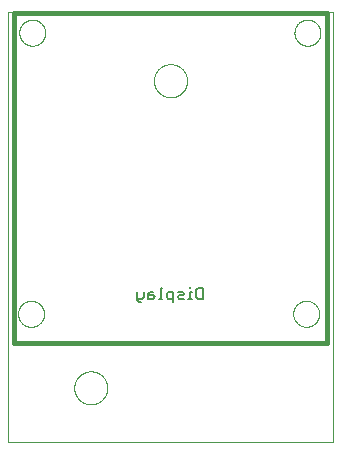
<source format=gbo>
G75*
%MOIN*%
%OFA0B0*%
%FSLAX25Y25*%
%IPPOS*%
%LPD*%
%AMOC8*
5,1,8,0,0,1.08239X$1,22.5*
%
%ADD10C,0.00000*%
%ADD11C,0.01600*%
%ADD12C,0.00600*%
D10*
X0022861Y0024554D02*
X0022861Y0167861D01*
X0131129Y0167861D01*
X0131129Y0024554D01*
X0022861Y0024554D01*
X0044908Y0042664D02*
X0044910Y0042812D01*
X0044916Y0042960D01*
X0044926Y0043108D01*
X0044940Y0043255D01*
X0044958Y0043402D01*
X0044979Y0043548D01*
X0045005Y0043694D01*
X0045035Y0043839D01*
X0045068Y0043983D01*
X0045106Y0044126D01*
X0045147Y0044268D01*
X0045192Y0044409D01*
X0045240Y0044549D01*
X0045293Y0044688D01*
X0045349Y0044825D01*
X0045409Y0044960D01*
X0045472Y0045094D01*
X0045539Y0045226D01*
X0045610Y0045356D01*
X0045684Y0045484D01*
X0045761Y0045610D01*
X0045842Y0045734D01*
X0045926Y0045856D01*
X0046013Y0045975D01*
X0046104Y0046092D01*
X0046198Y0046207D01*
X0046294Y0046319D01*
X0046394Y0046429D01*
X0046496Y0046535D01*
X0046602Y0046639D01*
X0046710Y0046740D01*
X0046821Y0046838D01*
X0046934Y0046934D01*
X0047050Y0047026D01*
X0047168Y0047115D01*
X0047289Y0047200D01*
X0047412Y0047283D01*
X0047537Y0047362D01*
X0047664Y0047438D01*
X0047793Y0047510D01*
X0047924Y0047579D01*
X0048057Y0047644D01*
X0048192Y0047705D01*
X0048328Y0047763D01*
X0048465Y0047818D01*
X0048604Y0047868D01*
X0048745Y0047915D01*
X0048886Y0047958D01*
X0049029Y0047998D01*
X0049173Y0048033D01*
X0049317Y0048065D01*
X0049463Y0048092D01*
X0049609Y0048116D01*
X0049756Y0048136D01*
X0049903Y0048152D01*
X0050050Y0048164D01*
X0050198Y0048172D01*
X0050346Y0048176D01*
X0050494Y0048176D01*
X0050642Y0048172D01*
X0050790Y0048164D01*
X0050937Y0048152D01*
X0051084Y0048136D01*
X0051231Y0048116D01*
X0051377Y0048092D01*
X0051523Y0048065D01*
X0051667Y0048033D01*
X0051811Y0047998D01*
X0051954Y0047958D01*
X0052095Y0047915D01*
X0052236Y0047868D01*
X0052375Y0047818D01*
X0052512Y0047763D01*
X0052648Y0047705D01*
X0052783Y0047644D01*
X0052916Y0047579D01*
X0053047Y0047510D01*
X0053176Y0047438D01*
X0053303Y0047362D01*
X0053428Y0047283D01*
X0053551Y0047200D01*
X0053672Y0047115D01*
X0053790Y0047026D01*
X0053906Y0046934D01*
X0054019Y0046838D01*
X0054130Y0046740D01*
X0054238Y0046639D01*
X0054344Y0046535D01*
X0054446Y0046429D01*
X0054546Y0046319D01*
X0054642Y0046207D01*
X0054736Y0046092D01*
X0054827Y0045975D01*
X0054914Y0045856D01*
X0054998Y0045734D01*
X0055079Y0045610D01*
X0055156Y0045484D01*
X0055230Y0045356D01*
X0055301Y0045226D01*
X0055368Y0045094D01*
X0055431Y0044960D01*
X0055491Y0044825D01*
X0055547Y0044688D01*
X0055600Y0044549D01*
X0055648Y0044409D01*
X0055693Y0044268D01*
X0055734Y0044126D01*
X0055772Y0043983D01*
X0055805Y0043839D01*
X0055835Y0043694D01*
X0055861Y0043548D01*
X0055882Y0043402D01*
X0055900Y0043255D01*
X0055914Y0043108D01*
X0055924Y0042960D01*
X0055930Y0042812D01*
X0055932Y0042664D01*
X0055930Y0042516D01*
X0055924Y0042368D01*
X0055914Y0042220D01*
X0055900Y0042073D01*
X0055882Y0041926D01*
X0055861Y0041780D01*
X0055835Y0041634D01*
X0055805Y0041489D01*
X0055772Y0041345D01*
X0055734Y0041202D01*
X0055693Y0041060D01*
X0055648Y0040919D01*
X0055600Y0040779D01*
X0055547Y0040640D01*
X0055491Y0040503D01*
X0055431Y0040368D01*
X0055368Y0040234D01*
X0055301Y0040102D01*
X0055230Y0039972D01*
X0055156Y0039844D01*
X0055079Y0039718D01*
X0054998Y0039594D01*
X0054914Y0039472D01*
X0054827Y0039353D01*
X0054736Y0039236D01*
X0054642Y0039121D01*
X0054546Y0039009D01*
X0054446Y0038899D01*
X0054344Y0038793D01*
X0054238Y0038689D01*
X0054130Y0038588D01*
X0054019Y0038490D01*
X0053906Y0038394D01*
X0053790Y0038302D01*
X0053672Y0038213D01*
X0053551Y0038128D01*
X0053428Y0038045D01*
X0053303Y0037966D01*
X0053176Y0037890D01*
X0053047Y0037818D01*
X0052916Y0037749D01*
X0052783Y0037684D01*
X0052648Y0037623D01*
X0052512Y0037565D01*
X0052375Y0037510D01*
X0052236Y0037460D01*
X0052095Y0037413D01*
X0051954Y0037370D01*
X0051811Y0037330D01*
X0051667Y0037295D01*
X0051523Y0037263D01*
X0051377Y0037236D01*
X0051231Y0037212D01*
X0051084Y0037192D01*
X0050937Y0037176D01*
X0050790Y0037164D01*
X0050642Y0037156D01*
X0050494Y0037152D01*
X0050346Y0037152D01*
X0050198Y0037156D01*
X0050050Y0037164D01*
X0049903Y0037176D01*
X0049756Y0037192D01*
X0049609Y0037212D01*
X0049463Y0037236D01*
X0049317Y0037263D01*
X0049173Y0037295D01*
X0049029Y0037330D01*
X0048886Y0037370D01*
X0048745Y0037413D01*
X0048604Y0037460D01*
X0048465Y0037510D01*
X0048328Y0037565D01*
X0048192Y0037623D01*
X0048057Y0037684D01*
X0047924Y0037749D01*
X0047793Y0037818D01*
X0047664Y0037890D01*
X0047537Y0037966D01*
X0047412Y0038045D01*
X0047289Y0038128D01*
X0047168Y0038213D01*
X0047050Y0038302D01*
X0046934Y0038394D01*
X0046821Y0038490D01*
X0046710Y0038588D01*
X0046602Y0038689D01*
X0046496Y0038793D01*
X0046394Y0038899D01*
X0046294Y0039009D01*
X0046198Y0039121D01*
X0046104Y0039236D01*
X0046013Y0039353D01*
X0045926Y0039472D01*
X0045842Y0039594D01*
X0045761Y0039718D01*
X0045684Y0039844D01*
X0045610Y0039972D01*
X0045539Y0040102D01*
X0045472Y0040234D01*
X0045409Y0040368D01*
X0045349Y0040503D01*
X0045293Y0040640D01*
X0045240Y0040779D01*
X0045192Y0040919D01*
X0045147Y0041060D01*
X0045106Y0041202D01*
X0045068Y0041345D01*
X0045035Y0041489D01*
X0045005Y0041634D01*
X0044979Y0041780D01*
X0044958Y0041926D01*
X0044940Y0042073D01*
X0044926Y0042220D01*
X0044916Y0042368D01*
X0044910Y0042516D01*
X0044908Y0042664D01*
X0026178Y0067339D02*
X0026180Y0067470D01*
X0026186Y0067602D01*
X0026196Y0067733D01*
X0026210Y0067864D01*
X0026228Y0067994D01*
X0026250Y0068123D01*
X0026275Y0068252D01*
X0026305Y0068380D01*
X0026339Y0068507D01*
X0026376Y0068634D01*
X0026417Y0068758D01*
X0026462Y0068882D01*
X0026511Y0069004D01*
X0026563Y0069125D01*
X0026619Y0069243D01*
X0026679Y0069361D01*
X0026742Y0069476D01*
X0026809Y0069589D01*
X0026879Y0069701D01*
X0026952Y0069810D01*
X0027028Y0069916D01*
X0027108Y0070021D01*
X0027191Y0070123D01*
X0027277Y0070222D01*
X0027366Y0070319D01*
X0027458Y0070413D01*
X0027553Y0070504D01*
X0027650Y0070593D01*
X0027750Y0070678D01*
X0027853Y0070760D01*
X0027958Y0070839D01*
X0028065Y0070915D01*
X0028175Y0070987D01*
X0028287Y0071056D01*
X0028401Y0071122D01*
X0028516Y0071184D01*
X0028634Y0071243D01*
X0028753Y0071298D01*
X0028874Y0071350D01*
X0028997Y0071397D01*
X0029121Y0071441D01*
X0029246Y0071482D01*
X0029372Y0071518D01*
X0029500Y0071551D01*
X0029628Y0071579D01*
X0029757Y0071604D01*
X0029887Y0071625D01*
X0030017Y0071642D01*
X0030148Y0071655D01*
X0030279Y0071664D01*
X0030410Y0071669D01*
X0030542Y0071670D01*
X0030673Y0071667D01*
X0030805Y0071660D01*
X0030936Y0071649D01*
X0031066Y0071634D01*
X0031196Y0071615D01*
X0031326Y0071592D01*
X0031454Y0071566D01*
X0031582Y0071535D01*
X0031709Y0071500D01*
X0031835Y0071462D01*
X0031959Y0071420D01*
X0032083Y0071374D01*
X0032204Y0071324D01*
X0032324Y0071271D01*
X0032443Y0071214D01*
X0032560Y0071154D01*
X0032674Y0071090D01*
X0032787Y0071022D01*
X0032898Y0070951D01*
X0033007Y0070877D01*
X0033113Y0070800D01*
X0033217Y0070719D01*
X0033318Y0070636D01*
X0033417Y0070549D01*
X0033513Y0070459D01*
X0033606Y0070366D01*
X0033697Y0070271D01*
X0033784Y0070173D01*
X0033869Y0070072D01*
X0033950Y0069969D01*
X0034028Y0069863D01*
X0034103Y0069755D01*
X0034175Y0069645D01*
X0034243Y0069533D01*
X0034308Y0069419D01*
X0034369Y0069302D01*
X0034427Y0069184D01*
X0034481Y0069064D01*
X0034532Y0068943D01*
X0034579Y0068820D01*
X0034622Y0068696D01*
X0034661Y0068571D01*
X0034697Y0068444D01*
X0034728Y0068316D01*
X0034756Y0068188D01*
X0034780Y0068059D01*
X0034800Y0067929D01*
X0034816Y0067798D01*
X0034828Y0067667D01*
X0034836Y0067536D01*
X0034840Y0067405D01*
X0034840Y0067273D01*
X0034836Y0067142D01*
X0034828Y0067011D01*
X0034816Y0066880D01*
X0034800Y0066749D01*
X0034780Y0066619D01*
X0034756Y0066490D01*
X0034728Y0066362D01*
X0034697Y0066234D01*
X0034661Y0066107D01*
X0034622Y0065982D01*
X0034579Y0065858D01*
X0034532Y0065735D01*
X0034481Y0065614D01*
X0034427Y0065494D01*
X0034369Y0065376D01*
X0034308Y0065259D01*
X0034243Y0065145D01*
X0034175Y0065033D01*
X0034103Y0064923D01*
X0034028Y0064815D01*
X0033950Y0064709D01*
X0033869Y0064606D01*
X0033784Y0064505D01*
X0033697Y0064407D01*
X0033606Y0064312D01*
X0033513Y0064219D01*
X0033417Y0064129D01*
X0033318Y0064042D01*
X0033217Y0063959D01*
X0033113Y0063878D01*
X0033007Y0063801D01*
X0032898Y0063727D01*
X0032787Y0063656D01*
X0032675Y0063588D01*
X0032560Y0063524D01*
X0032443Y0063464D01*
X0032324Y0063407D01*
X0032204Y0063354D01*
X0032083Y0063304D01*
X0031959Y0063258D01*
X0031835Y0063216D01*
X0031709Y0063178D01*
X0031582Y0063143D01*
X0031454Y0063112D01*
X0031326Y0063086D01*
X0031196Y0063063D01*
X0031066Y0063044D01*
X0030936Y0063029D01*
X0030805Y0063018D01*
X0030673Y0063011D01*
X0030542Y0063008D01*
X0030410Y0063009D01*
X0030279Y0063014D01*
X0030148Y0063023D01*
X0030017Y0063036D01*
X0029887Y0063053D01*
X0029757Y0063074D01*
X0029628Y0063099D01*
X0029500Y0063127D01*
X0029372Y0063160D01*
X0029246Y0063196D01*
X0029121Y0063237D01*
X0028997Y0063281D01*
X0028874Y0063328D01*
X0028753Y0063380D01*
X0028634Y0063435D01*
X0028516Y0063494D01*
X0028401Y0063556D01*
X0028287Y0063622D01*
X0028175Y0063691D01*
X0028065Y0063763D01*
X0027958Y0063839D01*
X0027853Y0063918D01*
X0027750Y0064000D01*
X0027650Y0064085D01*
X0027553Y0064174D01*
X0027458Y0064265D01*
X0027366Y0064359D01*
X0027277Y0064456D01*
X0027191Y0064555D01*
X0027108Y0064657D01*
X0027028Y0064762D01*
X0026952Y0064868D01*
X0026879Y0064977D01*
X0026809Y0065089D01*
X0026742Y0065202D01*
X0026679Y0065317D01*
X0026619Y0065435D01*
X0026563Y0065553D01*
X0026511Y0065674D01*
X0026462Y0065796D01*
X0026417Y0065920D01*
X0026376Y0066044D01*
X0026339Y0066171D01*
X0026305Y0066298D01*
X0026275Y0066426D01*
X0026250Y0066555D01*
X0026228Y0066684D01*
X0026210Y0066814D01*
X0026196Y0066945D01*
X0026186Y0067076D01*
X0026180Y0067208D01*
X0026178Y0067339D01*
X0071483Y0145026D02*
X0071485Y0145174D01*
X0071491Y0145322D01*
X0071501Y0145470D01*
X0071515Y0145617D01*
X0071533Y0145764D01*
X0071554Y0145910D01*
X0071580Y0146056D01*
X0071610Y0146201D01*
X0071643Y0146345D01*
X0071681Y0146488D01*
X0071722Y0146630D01*
X0071767Y0146771D01*
X0071815Y0146911D01*
X0071868Y0147050D01*
X0071924Y0147187D01*
X0071984Y0147322D01*
X0072047Y0147456D01*
X0072114Y0147588D01*
X0072185Y0147718D01*
X0072259Y0147846D01*
X0072336Y0147972D01*
X0072417Y0148096D01*
X0072501Y0148218D01*
X0072588Y0148337D01*
X0072679Y0148454D01*
X0072773Y0148569D01*
X0072869Y0148681D01*
X0072969Y0148791D01*
X0073071Y0148897D01*
X0073177Y0149001D01*
X0073285Y0149102D01*
X0073396Y0149200D01*
X0073509Y0149296D01*
X0073625Y0149388D01*
X0073743Y0149477D01*
X0073864Y0149562D01*
X0073987Y0149645D01*
X0074112Y0149724D01*
X0074239Y0149800D01*
X0074368Y0149872D01*
X0074499Y0149941D01*
X0074632Y0150006D01*
X0074767Y0150067D01*
X0074903Y0150125D01*
X0075040Y0150180D01*
X0075179Y0150230D01*
X0075320Y0150277D01*
X0075461Y0150320D01*
X0075604Y0150360D01*
X0075748Y0150395D01*
X0075892Y0150427D01*
X0076038Y0150454D01*
X0076184Y0150478D01*
X0076331Y0150498D01*
X0076478Y0150514D01*
X0076625Y0150526D01*
X0076773Y0150534D01*
X0076921Y0150538D01*
X0077069Y0150538D01*
X0077217Y0150534D01*
X0077365Y0150526D01*
X0077512Y0150514D01*
X0077659Y0150498D01*
X0077806Y0150478D01*
X0077952Y0150454D01*
X0078098Y0150427D01*
X0078242Y0150395D01*
X0078386Y0150360D01*
X0078529Y0150320D01*
X0078670Y0150277D01*
X0078811Y0150230D01*
X0078950Y0150180D01*
X0079087Y0150125D01*
X0079223Y0150067D01*
X0079358Y0150006D01*
X0079491Y0149941D01*
X0079622Y0149872D01*
X0079751Y0149800D01*
X0079878Y0149724D01*
X0080003Y0149645D01*
X0080126Y0149562D01*
X0080247Y0149477D01*
X0080365Y0149388D01*
X0080481Y0149296D01*
X0080594Y0149200D01*
X0080705Y0149102D01*
X0080813Y0149001D01*
X0080919Y0148897D01*
X0081021Y0148791D01*
X0081121Y0148681D01*
X0081217Y0148569D01*
X0081311Y0148454D01*
X0081402Y0148337D01*
X0081489Y0148218D01*
X0081573Y0148096D01*
X0081654Y0147972D01*
X0081731Y0147846D01*
X0081805Y0147718D01*
X0081876Y0147588D01*
X0081943Y0147456D01*
X0082006Y0147322D01*
X0082066Y0147187D01*
X0082122Y0147050D01*
X0082175Y0146911D01*
X0082223Y0146771D01*
X0082268Y0146630D01*
X0082309Y0146488D01*
X0082347Y0146345D01*
X0082380Y0146201D01*
X0082410Y0146056D01*
X0082436Y0145910D01*
X0082457Y0145764D01*
X0082475Y0145617D01*
X0082489Y0145470D01*
X0082499Y0145322D01*
X0082505Y0145174D01*
X0082507Y0145026D01*
X0082505Y0144878D01*
X0082499Y0144730D01*
X0082489Y0144582D01*
X0082475Y0144435D01*
X0082457Y0144288D01*
X0082436Y0144142D01*
X0082410Y0143996D01*
X0082380Y0143851D01*
X0082347Y0143707D01*
X0082309Y0143564D01*
X0082268Y0143422D01*
X0082223Y0143281D01*
X0082175Y0143141D01*
X0082122Y0143002D01*
X0082066Y0142865D01*
X0082006Y0142730D01*
X0081943Y0142596D01*
X0081876Y0142464D01*
X0081805Y0142334D01*
X0081731Y0142206D01*
X0081654Y0142080D01*
X0081573Y0141956D01*
X0081489Y0141834D01*
X0081402Y0141715D01*
X0081311Y0141598D01*
X0081217Y0141483D01*
X0081121Y0141371D01*
X0081021Y0141261D01*
X0080919Y0141155D01*
X0080813Y0141051D01*
X0080705Y0140950D01*
X0080594Y0140852D01*
X0080481Y0140756D01*
X0080365Y0140664D01*
X0080247Y0140575D01*
X0080126Y0140490D01*
X0080003Y0140407D01*
X0079878Y0140328D01*
X0079751Y0140252D01*
X0079622Y0140180D01*
X0079491Y0140111D01*
X0079358Y0140046D01*
X0079223Y0139985D01*
X0079087Y0139927D01*
X0078950Y0139872D01*
X0078811Y0139822D01*
X0078670Y0139775D01*
X0078529Y0139732D01*
X0078386Y0139692D01*
X0078242Y0139657D01*
X0078098Y0139625D01*
X0077952Y0139598D01*
X0077806Y0139574D01*
X0077659Y0139554D01*
X0077512Y0139538D01*
X0077365Y0139526D01*
X0077217Y0139518D01*
X0077069Y0139514D01*
X0076921Y0139514D01*
X0076773Y0139518D01*
X0076625Y0139526D01*
X0076478Y0139538D01*
X0076331Y0139554D01*
X0076184Y0139574D01*
X0076038Y0139598D01*
X0075892Y0139625D01*
X0075748Y0139657D01*
X0075604Y0139692D01*
X0075461Y0139732D01*
X0075320Y0139775D01*
X0075179Y0139822D01*
X0075040Y0139872D01*
X0074903Y0139927D01*
X0074767Y0139985D01*
X0074632Y0140046D01*
X0074499Y0140111D01*
X0074368Y0140180D01*
X0074239Y0140252D01*
X0074112Y0140328D01*
X0073987Y0140407D01*
X0073864Y0140490D01*
X0073743Y0140575D01*
X0073625Y0140664D01*
X0073509Y0140756D01*
X0073396Y0140852D01*
X0073285Y0140950D01*
X0073177Y0141051D01*
X0073071Y0141155D01*
X0072969Y0141261D01*
X0072869Y0141371D01*
X0072773Y0141483D01*
X0072679Y0141598D01*
X0072588Y0141715D01*
X0072501Y0141834D01*
X0072417Y0141956D01*
X0072336Y0142080D01*
X0072259Y0142206D01*
X0072185Y0142334D01*
X0072114Y0142464D01*
X0072047Y0142596D01*
X0071984Y0142730D01*
X0071924Y0142865D01*
X0071868Y0143002D01*
X0071815Y0143141D01*
X0071767Y0143281D01*
X0071722Y0143422D01*
X0071681Y0143564D01*
X0071643Y0143707D01*
X0071610Y0143851D01*
X0071580Y0143996D01*
X0071554Y0144142D01*
X0071533Y0144288D01*
X0071515Y0144435D01*
X0071501Y0144582D01*
X0071491Y0144730D01*
X0071485Y0144878D01*
X0071483Y0145026D01*
X0026571Y0161040D02*
X0026573Y0161171D01*
X0026579Y0161303D01*
X0026589Y0161434D01*
X0026603Y0161565D01*
X0026621Y0161695D01*
X0026643Y0161824D01*
X0026668Y0161953D01*
X0026698Y0162081D01*
X0026732Y0162208D01*
X0026769Y0162335D01*
X0026810Y0162459D01*
X0026855Y0162583D01*
X0026904Y0162705D01*
X0026956Y0162826D01*
X0027012Y0162944D01*
X0027072Y0163062D01*
X0027135Y0163177D01*
X0027202Y0163290D01*
X0027272Y0163402D01*
X0027345Y0163511D01*
X0027421Y0163617D01*
X0027501Y0163722D01*
X0027584Y0163824D01*
X0027670Y0163923D01*
X0027759Y0164020D01*
X0027851Y0164114D01*
X0027946Y0164205D01*
X0028043Y0164294D01*
X0028143Y0164379D01*
X0028246Y0164461D01*
X0028351Y0164540D01*
X0028458Y0164616D01*
X0028568Y0164688D01*
X0028680Y0164757D01*
X0028794Y0164823D01*
X0028909Y0164885D01*
X0029027Y0164944D01*
X0029146Y0164999D01*
X0029267Y0165051D01*
X0029390Y0165098D01*
X0029514Y0165142D01*
X0029639Y0165183D01*
X0029765Y0165219D01*
X0029893Y0165252D01*
X0030021Y0165280D01*
X0030150Y0165305D01*
X0030280Y0165326D01*
X0030410Y0165343D01*
X0030541Y0165356D01*
X0030672Y0165365D01*
X0030803Y0165370D01*
X0030935Y0165371D01*
X0031066Y0165368D01*
X0031198Y0165361D01*
X0031329Y0165350D01*
X0031459Y0165335D01*
X0031589Y0165316D01*
X0031719Y0165293D01*
X0031847Y0165267D01*
X0031975Y0165236D01*
X0032102Y0165201D01*
X0032228Y0165163D01*
X0032352Y0165121D01*
X0032476Y0165075D01*
X0032597Y0165025D01*
X0032717Y0164972D01*
X0032836Y0164915D01*
X0032953Y0164855D01*
X0033067Y0164791D01*
X0033180Y0164723D01*
X0033291Y0164652D01*
X0033400Y0164578D01*
X0033506Y0164501D01*
X0033610Y0164420D01*
X0033711Y0164337D01*
X0033810Y0164250D01*
X0033906Y0164160D01*
X0033999Y0164067D01*
X0034090Y0163972D01*
X0034177Y0163874D01*
X0034262Y0163773D01*
X0034343Y0163670D01*
X0034421Y0163564D01*
X0034496Y0163456D01*
X0034568Y0163346D01*
X0034636Y0163234D01*
X0034701Y0163120D01*
X0034762Y0163003D01*
X0034820Y0162885D01*
X0034874Y0162765D01*
X0034925Y0162644D01*
X0034972Y0162521D01*
X0035015Y0162397D01*
X0035054Y0162272D01*
X0035090Y0162145D01*
X0035121Y0162017D01*
X0035149Y0161889D01*
X0035173Y0161760D01*
X0035193Y0161630D01*
X0035209Y0161499D01*
X0035221Y0161368D01*
X0035229Y0161237D01*
X0035233Y0161106D01*
X0035233Y0160974D01*
X0035229Y0160843D01*
X0035221Y0160712D01*
X0035209Y0160581D01*
X0035193Y0160450D01*
X0035173Y0160320D01*
X0035149Y0160191D01*
X0035121Y0160063D01*
X0035090Y0159935D01*
X0035054Y0159808D01*
X0035015Y0159683D01*
X0034972Y0159559D01*
X0034925Y0159436D01*
X0034874Y0159315D01*
X0034820Y0159195D01*
X0034762Y0159077D01*
X0034701Y0158960D01*
X0034636Y0158846D01*
X0034568Y0158734D01*
X0034496Y0158624D01*
X0034421Y0158516D01*
X0034343Y0158410D01*
X0034262Y0158307D01*
X0034177Y0158206D01*
X0034090Y0158108D01*
X0033999Y0158013D01*
X0033906Y0157920D01*
X0033810Y0157830D01*
X0033711Y0157743D01*
X0033610Y0157660D01*
X0033506Y0157579D01*
X0033400Y0157502D01*
X0033291Y0157428D01*
X0033180Y0157357D01*
X0033068Y0157289D01*
X0032953Y0157225D01*
X0032836Y0157165D01*
X0032717Y0157108D01*
X0032597Y0157055D01*
X0032476Y0157005D01*
X0032352Y0156959D01*
X0032228Y0156917D01*
X0032102Y0156879D01*
X0031975Y0156844D01*
X0031847Y0156813D01*
X0031719Y0156787D01*
X0031589Y0156764D01*
X0031459Y0156745D01*
X0031329Y0156730D01*
X0031198Y0156719D01*
X0031066Y0156712D01*
X0030935Y0156709D01*
X0030803Y0156710D01*
X0030672Y0156715D01*
X0030541Y0156724D01*
X0030410Y0156737D01*
X0030280Y0156754D01*
X0030150Y0156775D01*
X0030021Y0156800D01*
X0029893Y0156828D01*
X0029765Y0156861D01*
X0029639Y0156897D01*
X0029514Y0156938D01*
X0029390Y0156982D01*
X0029267Y0157029D01*
X0029146Y0157081D01*
X0029027Y0157136D01*
X0028909Y0157195D01*
X0028794Y0157257D01*
X0028680Y0157323D01*
X0028568Y0157392D01*
X0028458Y0157464D01*
X0028351Y0157540D01*
X0028246Y0157619D01*
X0028143Y0157701D01*
X0028043Y0157786D01*
X0027946Y0157875D01*
X0027851Y0157966D01*
X0027759Y0158060D01*
X0027670Y0158157D01*
X0027584Y0158256D01*
X0027501Y0158358D01*
X0027421Y0158463D01*
X0027345Y0158569D01*
X0027272Y0158678D01*
X0027202Y0158790D01*
X0027135Y0158903D01*
X0027072Y0159018D01*
X0027012Y0159136D01*
X0026956Y0159254D01*
X0026904Y0159375D01*
X0026855Y0159497D01*
X0026810Y0159621D01*
X0026769Y0159745D01*
X0026732Y0159872D01*
X0026698Y0159999D01*
X0026668Y0160127D01*
X0026643Y0160256D01*
X0026621Y0160385D01*
X0026603Y0160515D01*
X0026589Y0160646D01*
X0026579Y0160777D01*
X0026573Y0160909D01*
X0026571Y0161040D01*
X0118304Y0161040D02*
X0118306Y0161171D01*
X0118312Y0161303D01*
X0118322Y0161434D01*
X0118336Y0161565D01*
X0118354Y0161695D01*
X0118376Y0161824D01*
X0118401Y0161953D01*
X0118431Y0162081D01*
X0118465Y0162208D01*
X0118502Y0162335D01*
X0118543Y0162459D01*
X0118588Y0162583D01*
X0118637Y0162705D01*
X0118689Y0162826D01*
X0118745Y0162944D01*
X0118805Y0163062D01*
X0118868Y0163177D01*
X0118935Y0163290D01*
X0119005Y0163402D01*
X0119078Y0163511D01*
X0119154Y0163617D01*
X0119234Y0163722D01*
X0119317Y0163824D01*
X0119403Y0163923D01*
X0119492Y0164020D01*
X0119584Y0164114D01*
X0119679Y0164205D01*
X0119776Y0164294D01*
X0119876Y0164379D01*
X0119979Y0164461D01*
X0120084Y0164540D01*
X0120191Y0164616D01*
X0120301Y0164688D01*
X0120413Y0164757D01*
X0120527Y0164823D01*
X0120642Y0164885D01*
X0120760Y0164944D01*
X0120879Y0164999D01*
X0121000Y0165051D01*
X0121123Y0165098D01*
X0121247Y0165142D01*
X0121372Y0165183D01*
X0121498Y0165219D01*
X0121626Y0165252D01*
X0121754Y0165280D01*
X0121883Y0165305D01*
X0122013Y0165326D01*
X0122143Y0165343D01*
X0122274Y0165356D01*
X0122405Y0165365D01*
X0122536Y0165370D01*
X0122668Y0165371D01*
X0122799Y0165368D01*
X0122931Y0165361D01*
X0123062Y0165350D01*
X0123192Y0165335D01*
X0123322Y0165316D01*
X0123452Y0165293D01*
X0123580Y0165267D01*
X0123708Y0165236D01*
X0123835Y0165201D01*
X0123961Y0165163D01*
X0124085Y0165121D01*
X0124209Y0165075D01*
X0124330Y0165025D01*
X0124450Y0164972D01*
X0124569Y0164915D01*
X0124686Y0164855D01*
X0124800Y0164791D01*
X0124913Y0164723D01*
X0125024Y0164652D01*
X0125133Y0164578D01*
X0125239Y0164501D01*
X0125343Y0164420D01*
X0125444Y0164337D01*
X0125543Y0164250D01*
X0125639Y0164160D01*
X0125732Y0164067D01*
X0125823Y0163972D01*
X0125910Y0163874D01*
X0125995Y0163773D01*
X0126076Y0163670D01*
X0126154Y0163564D01*
X0126229Y0163456D01*
X0126301Y0163346D01*
X0126369Y0163234D01*
X0126434Y0163120D01*
X0126495Y0163003D01*
X0126553Y0162885D01*
X0126607Y0162765D01*
X0126658Y0162644D01*
X0126705Y0162521D01*
X0126748Y0162397D01*
X0126787Y0162272D01*
X0126823Y0162145D01*
X0126854Y0162017D01*
X0126882Y0161889D01*
X0126906Y0161760D01*
X0126926Y0161630D01*
X0126942Y0161499D01*
X0126954Y0161368D01*
X0126962Y0161237D01*
X0126966Y0161106D01*
X0126966Y0160974D01*
X0126962Y0160843D01*
X0126954Y0160712D01*
X0126942Y0160581D01*
X0126926Y0160450D01*
X0126906Y0160320D01*
X0126882Y0160191D01*
X0126854Y0160063D01*
X0126823Y0159935D01*
X0126787Y0159808D01*
X0126748Y0159683D01*
X0126705Y0159559D01*
X0126658Y0159436D01*
X0126607Y0159315D01*
X0126553Y0159195D01*
X0126495Y0159077D01*
X0126434Y0158960D01*
X0126369Y0158846D01*
X0126301Y0158734D01*
X0126229Y0158624D01*
X0126154Y0158516D01*
X0126076Y0158410D01*
X0125995Y0158307D01*
X0125910Y0158206D01*
X0125823Y0158108D01*
X0125732Y0158013D01*
X0125639Y0157920D01*
X0125543Y0157830D01*
X0125444Y0157743D01*
X0125343Y0157660D01*
X0125239Y0157579D01*
X0125133Y0157502D01*
X0125024Y0157428D01*
X0124913Y0157357D01*
X0124801Y0157289D01*
X0124686Y0157225D01*
X0124569Y0157165D01*
X0124450Y0157108D01*
X0124330Y0157055D01*
X0124209Y0157005D01*
X0124085Y0156959D01*
X0123961Y0156917D01*
X0123835Y0156879D01*
X0123708Y0156844D01*
X0123580Y0156813D01*
X0123452Y0156787D01*
X0123322Y0156764D01*
X0123192Y0156745D01*
X0123062Y0156730D01*
X0122931Y0156719D01*
X0122799Y0156712D01*
X0122668Y0156709D01*
X0122536Y0156710D01*
X0122405Y0156715D01*
X0122274Y0156724D01*
X0122143Y0156737D01*
X0122013Y0156754D01*
X0121883Y0156775D01*
X0121754Y0156800D01*
X0121626Y0156828D01*
X0121498Y0156861D01*
X0121372Y0156897D01*
X0121247Y0156938D01*
X0121123Y0156982D01*
X0121000Y0157029D01*
X0120879Y0157081D01*
X0120760Y0157136D01*
X0120642Y0157195D01*
X0120527Y0157257D01*
X0120413Y0157323D01*
X0120301Y0157392D01*
X0120191Y0157464D01*
X0120084Y0157540D01*
X0119979Y0157619D01*
X0119876Y0157701D01*
X0119776Y0157786D01*
X0119679Y0157875D01*
X0119584Y0157966D01*
X0119492Y0158060D01*
X0119403Y0158157D01*
X0119317Y0158256D01*
X0119234Y0158358D01*
X0119154Y0158463D01*
X0119078Y0158569D01*
X0119005Y0158678D01*
X0118935Y0158790D01*
X0118868Y0158903D01*
X0118805Y0159018D01*
X0118745Y0159136D01*
X0118689Y0159254D01*
X0118637Y0159375D01*
X0118588Y0159497D01*
X0118543Y0159621D01*
X0118502Y0159745D01*
X0118465Y0159872D01*
X0118431Y0159999D01*
X0118401Y0160127D01*
X0118376Y0160256D01*
X0118354Y0160385D01*
X0118336Y0160515D01*
X0118322Y0160646D01*
X0118312Y0160777D01*
X0118306Y0160909D01*
X0118304Y0161040D01*
X0117910Y0067339D02*
X0117912Y0067470D01*
X0117918Y0067602D01*
X0117928Y0067733D01*
X0117942Y0067864D01*
X0117960Y0067994D01*
X0117982Y0068123D01*
X0118007Y0068252D01*
X0118037Y0068380D01*
X0118071Y0068507D01*
X0118108Y0068634D01*
X0118149Y0068758D01*
X0118194Y0068882D01*
X0118243Y0069004D01*
X0118295Y0069125D01*
X0118351Y0069243D01*
X0118411Y0069361D01*
X0118474Y0069476D01*
X0118541Y0069589D01*
X0118611Y0069701D01*
X0118684Y0069810D01*
X0118760Y0069916D01*
X0118840Y0070021D01*
X0118923Y0070123D01*
X0119009Y0070222D01*
X0119098Y0070319D01*
X0119190Y0070413D01*
X0119285Y0070504D01*
X0119382Y0070593D01*
X0119482Y0070678D01*
X0119585Y0070760D01*
X0119690Y0070839D01*
X0119797Y0070915D01*
X0119907Y0070987D01*
X0120019Y0071056D01*
X0120133Y0071122D01*
X0120248Y0071184D01*
X0120366Y0071243D01*
X0120485Y0071298D01*
X0120606Y0071350D01*
X0120729Y0071397D01*
X0120853Y0071441D01*
X0120978Y0071482D01*
X0121104Y0071518D01*
X0121232Y0071551D01*
X0121360Y0071579D01*
X0121489Y0071604D01*
X0121619Y0071625D01*
X0121749Y0071642D01*
X0121880Y0071655D01*
X0122011Y0071664D01*
X0122142Y0071669D01*
X0122274Y0071670D01*
X0122405Y0071667D01*
X0122537Y0071660D01*
X0122668Y0071649D01*
X0122798Y0071634D01*
X0122928Y0071615D01*
X0123058Y0071592D01*
X0123186Y0071566D01*
X0123314Y0071535D01*
X0123441Y0071500D01*
X0123567Y0071462D01*
X0123691Y0071420D01*
X0123815Y0071374D01*
X0123936Y0071324D01*
X0124056Y0071271D01*
X0124175Y0071214D01*
X0124292Y0071154D01*
X0124406Y0071090D01*
X0124519Y0071022D01*
X0124630Y0070951D01*
X0124739Y0070877D01*
X0124845Y0070800D01*
X0124949Y0070719D01*
X0125050Y0070636D01*
X0125149Y0070549D01*
X0125245Y0070459D01*
X0125338Y0070366D01*
X0125429Y0070271D01*
X0125516Y0070173D01*
X0125601Y0070072D01*
X0125682Y0069969D01*
X0125760Y0069863D01*
X0125835Y0069755D01*
X0125907Y0069645D01*
X0125975Y0069533D01*
X0126040Y0069419D01*
X0126101Y0069302D01*
X0126159Y0069184D01*
X0126213Y0069064D01*
X0126264Y0068943D01*
X0126311Y0068820D01*
X0126354Y0068696D01*
X0126393Y0068571D01*
X0126429Y0068444D01*
X0126460Y0068316D01*
X0126488Y0068188D01*
X0126512Y0068059D01*
X0126532Y0067929D01*
X0126548Y0067798D01*
X0126560Y0067667D01*
X0126568Y0067536D01*
X0126572Y0067405D01*
X0126572Y0067273D01*
X0126568Y0067142D01*
X0126560Y0067011D01*
X0126548Y0066880D01*
X0126532Y0066749D01*
X0126512Y0066619D01*
X0126488Y0066490D01*
X0126460Y0066362D01*
X0126429Y0066234D01*
X0126393Y0066107D01*
X0126354Y0065982D01*
X0126311Y0065858D01*
X0126264Y0065735D01*
X0126213Y0065614D01*
X0126159Y0065494D01*
X0126101Y0065376D01*
X0126040Y0065259D01*
X0125975Y0065145D01*
X0125907Y0065033D01*
X0125835Y0064923D01*
X0125760Y0064815D01*
X0125682Y0064709D01*
X0125601Y0064606D01*
X0125516Y0064505D01*
X0125429Y0064407D01*
X0125338Y0064312D01*
X0125245Y0064219D01*
X0125149Y0064129D01*
X0125050Y0064042D01*
X0124949Y0063959D01*
X0124845Y0063878D01*
X0124739Y0063801D01*
X0124630Y0063727D01*
X0124519Y0063656D01*
X0124407Y0063588D01*
X0124292Y0063524D01*
X0124175Y0063464D01*
X0124056Y0063407D01*
X0123936Y0063354D01*
X0123815Y0063304D01*
X0123691Y0063258D01*
X0123567Y0063216D01*
X0123441Y0063178D01*
X0123314Y0063143D01*
X0123186Y0063112D01*
X0123058Y0063086D01*
X0122928Y0063063D01*
X0122798Y0063044D01*
X0122668Y0063029D01*
X0122537Y0063018D01*
X0122405Y0063011D01*
X0122274Y0063008D01*
X0122142Y0063009D01*
X0122011Y0063014D01*
X0121880Y0063023D01*
X0121749Y0063036D01*
X0121619Y0063053D01*
X0121489Y0063074D01*
X0121360Y0063099D01*
X0121232Y0063127D01*
X0121104Y0063160D01*
X0120978Y0063196D01*
X0120853Y0063237D01*
X0120729Y0063281D01*
X0120606Y0063328D01*
X0120485Y0063380D01*
X0120366Y0063435D01*
X0120248Y0063494D01*
X0120133Y0063556D01*
X0120019Y0063622D01*
X0119907Y0063691D01*
X0119797Y0063763D01*
X0119690Y0063839D01*
X0119585Y0063918D01*
X0119482Y0064000D01*
X0119382Y0064085D01*
X0119285Y0064174D01*
X0119190Y0064265D01*
X0119098Y0064359D01*
X0119009Y0064456D01*
X0118923Y0064555D01*
X0118840Y0064657D01*
X0118760Y0064762D01*
X0118684Y0064868D01*
X0118611Y0064977D01*
X0118541Y0065089D01*
X0118474Y0065202D01*
X0118411Y0065317D01*
X0118351Y0065435D01*
X0118295Y0065553D01*
X0118243Y0065674D01*
X0118194Y0065796D01*
X0118149Y0065920D01*
X0118108Y0066044D01*
X0118071Y0066171D01*
X0118037Y0066298D01*
X0118007Y0066426D01*
X0117982Y0066555D01*
X0117960Y0066684D01*
X0117942Y0066814D01*
X0117928Y0066945D01*
X0117918Y0067076D01*
X0117912Y0067208D01*
X0117910Y0067339D01*
D11*
X0129140Y0057684D02*
X0129140Y0167684D01*
X0024790Y0167684D01*
X0024790Y0057684D01*
X0129140Y0057684D01*
D12*
X0087777Y0072413D02*
X0086076Y0072413D01*
X0085509Y0072980D01*
X0085509Y0075249D01*
X0086076Y0075816D01*
X0087777Y0075816D01*
X0087777Y0072413D01*
X0084094Y0072413D02*
X0082960Y0072413D01*
X0083527Y0072413D02*
X0083527Y0074681D01*
X0084094Y0074681D01*
X0083527Y0075816D02*
X0083527Y0076383D01*
X0081639Y0074114D02*
X0081072Y0074681D01*
X0079370Y0074681D01*
X0079937Y0073547D02*
X0081072Y0073547D01*
X0081639Y0074114D01*
X0081639Y0072413D02*
X0079937Y0072413D01*
X0079370Y0072980D01*
X0079937Y0073547D01*
X0077956Y0072413D02*
X0076254Y0072413D01*
X0075687Y0072980D01*
X0075687Y0074114D01*
X0076254Y0074681D01*
X0077956Y0074681D01*
X0077956Y0071279D01*
X0074273Y0072413D02*
X0073138Y0072413D01*
X0073705Y0072413D02*
X0073705Y0075816D01*
X0074273Y0075816D01*
X0071250Y0074681D02*
X0070116Y0074681D01*
X0069549Y0074114D01*
X0069549Y0072413D01*
X0071250Y0072413D01*
X0071817Y0072980D01*
X0071250Y0073547D01*
X0069549Y0073547D01*
X0068134Y0072980D02*
X0067567Y0072413D01*
X0065865Y0072413D01*
X0065865Y0071846D02*
X0066433Y0071279D01*
X0067000Y0071279D01*
X0065865Y0071846D02*
X0065865Y0074681D01*
X0068134Y0074681D02*
X0068134Y0072980D01*
M02*

</source>
